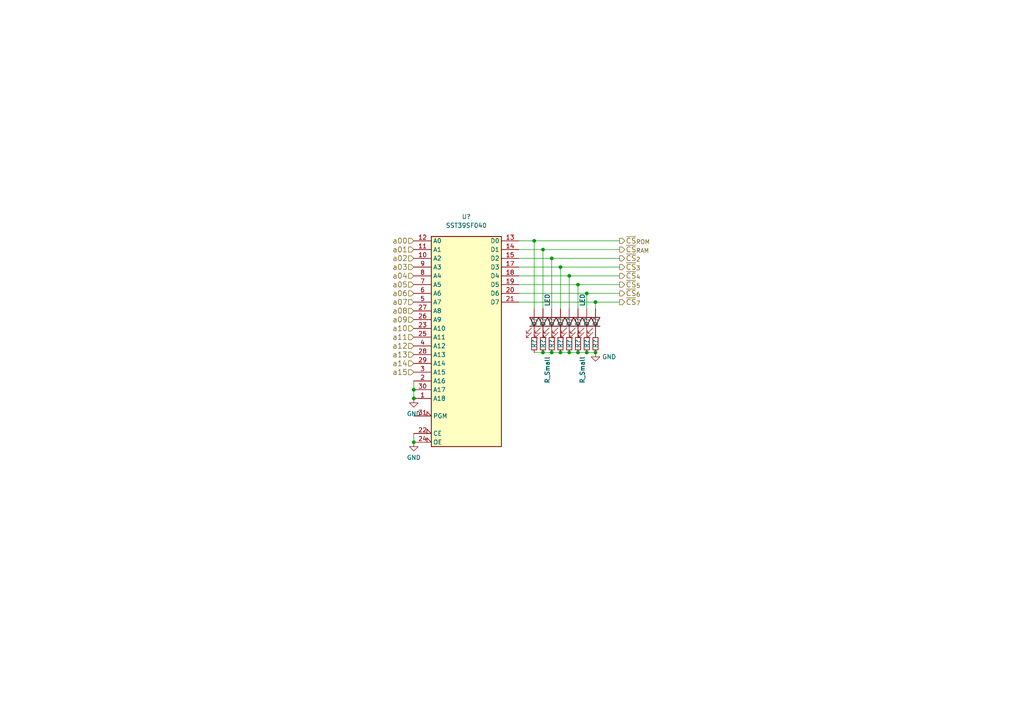
<source format=kicad_sch>
(kicad_sch (version 20211123) (generator eeschema)
  (paper "A4")
  (lib_symbols
    (symbol "Device:LED" (pin_numbers hide) (pin_names (offset 1.016) hide)
      (property "Reference" "D" (at 0 2.54 0))
      (property "Value" "LED" (at 0 -2.54 0))
      (symbol "LED_0_1"
        (polyline (pts (xy -1.27 -1.27) (xy -1.27 1.27)) (stroke (width 0.254)))
        (polyline (pts (xy -1.27 0) (xy 1.27 0)))
        (polyline (pts (xy 1.27 -1.27) (xy 1.27 1.27) (xy -1.27 0) (xy 1.27 -1.27)) (stroke (width 0.254)))
        (polyline (pts (xy -3.048 -0.762) (xy -4.572 -2.286) (xy -3.81 -2.286) (xy -4.572 -2.286) (xy -4.572 -1.524)))
        (polyline (pts (xy -1.778 -0.762) (xy -3.302 -2.286) (xy -2.54 -2.286) (xy -3.302 -2.286) (xy -3.302 -1.524)))
      )
      (symbol "LED_1_1"
        (pin passive line (at -3.81 0 0) (length 2.54) (name "K") (number "1"))
        (pin passive line (at 3.81 0 180) (length 2.54) (name "A") (number "2"))
      )
    )
    (symbol "Device:R_Small" (pin_numbers hide) (pin_names (offset 0.254) hide)
      (property "Reference" "R" (at 0.762 0.508 0))
      (property "Value" "R_Small" (at 0.762 -1.016 0))
      (symbol "R_Small_0_1"
        (rectangle (start -0.762 1.778) (end 0.762 -1.778) (stroke (width 0.2032)))
      )
      (symbol "R_Small_1_1"
        (pin passive line (at 0 2.54 270) (length 0.762) (name "~") (number "1"))
        (pin passive line (at 0 -2.54 90) (length 0.762) (name "~") (number "2"))
      )
    )
    (symbol "Memory_Flash:SST39SF040"
      (property "Reference" "U" (at 2.54 33.02 0))
      (property "Value" "SST39SF040" (at 0 -30.48 0))
      (symbol "SST39SF040_0_0"
        (pin power_in line (at 0 -30.48 90) (length 1.27) hide (name "GND") (number "16"))
        (pin power_in line (at 0 33.02 270) (length 1.27) hide (name "VCC") (number "32"))
      )
      (symbol "SST39SF040_0_1"
        (rectangle (start -10.16 31.75) (end 10.16 -29.21) (stroke (width 0.254)) (fill (type background)))
      )
      (symbol "SST39SF040_1_1"
        (pin input line (at -15.24 -15.24 0) (length 5.08) (name "A18") (number "1"))
        (pin input line (at -15.24 25.4 0) (length 5.08) (name "A2") (number "10"))
        (pin input line (at -15.24 27.94 0) (length 5.08) (name "A1") (number "11"))
        (pin input line (at -15.24 30.48 0) (length 5.08) (name "A0") (number "12"))
        (pin tri_state line (at 15.24 30.48 180) (length 5.08) (name "D0") (number "13"))
        (pin tri_state line (at 15.24 27.94 180) (length 5.08) (name "D1") (number "14"))
        (pin tri_state line (at 15.24 25.4 180) (length 5.08) (name "D2") (number "15"))
        (pin tri_state line (at 15.24 22.86 180) (length 5.08) (name "D3") (number "17"))
        (pin tri_state line (at 15.24 20.32 180) (length 5.08) (name "D4") (number "18"))
        (pin tri_state line (at 15.24 17.78 180) (length 5.08) (name "D5") (number "19"))
        (pin input line (at -15.24 -10.16 0) (length 5.08) (name "A16") (number "2"))
        (pin tri_state line (at 15.24 15.24 180) (length 5.08) (name "D6") (number "20"))
        (pin tri_state line (at 15.24 12.7 180) (length 5.08) (name "D7") (number "21"))
        (pin input input_low (at -15.24 -25.4 0) (length 5.08) (name "CE") (number "22"))
        (pin input line (at -15.24 5.08 0) (length 5.08) (name "A10") (number "23"))
        (pin input input_low (at -15.24 -27.94 0) (length 5.08) (name "OE") (number "24"))
        (pin input line (at -15.24 2.54 0) (length 5.08) (name "A11") (number "25"))
        (pin input line (at -15.24 7.62 0) (length 5.08) (name "A9") (number "26"))
        (pin input line (at -15.24 10.16 0) (length 5.08) (name "A8") (number "27"))
        (pin input line (at -15.24 -2.54 0) (length 5.08) (name "A13") (number "28"))
        (pin input line (at -15.24 -5.08 0) (length 5.08) (name "A14") (number "29"))
        (pin input line (at -15.24 -7.62 0) (length 5.08) (name "A15") (number "3"))
        (pin input line (at -15.24 -12.7 0) (length 5.08) (name "A17") (number "30"))
        (pin input input_low (at -15.24 -20.32 0) (length 5.08) (name "PGM") (number "31"))
        (pin input line (at -15.24 0 0) (length 5.08) (name "A12") (number "4"))
        (pin input line (at -15.24 12.7 0) (length 5.08) (name "A7") (number "5"))
        (pin input line (at -15.24 15.24 0) (length 5.08) (name "A6") (number "6"))
        (pin input line (at -15.24 17.78 0) (length 5.08) (name "A5") (number "7"))
        (pin input line (at -15.24 20.32 0) (length 5.08) (name "A4") (number "8"))
        (pin input line (at -15.24 22.86 0) (length 5.08) (name "A3") (number "9"))
      )
    )
    (symbol "power:GND" (power) (pin_names (offset 0))
      (property "Value" "GND" (at 0 -3.81 0))
      (symbol "GND_0_1"
        (polyline (pts (xy 0 0) (xy 0 -1.27) (xy 1.27 -1.27) (xy 0 -2.54) (xy -1.27 -1.27) (xy 0 -1.27)))
      )
      (symbol "GND_1_1"
        (pin power_in line (at 0 0 270) (length 0) hide (name "GND") (number "1"))
      )
    )
  )
  (junction (at 157.48 72.39))
  (junction (at 170.18 102.235))
  (junction (at 172.72 87.63))
  (junction (at 167.64 102.235))
  (junction (at 120.015 128.27))
  (junction (at 120.015 113.03))
  (junction (at 157.48 102.235))
  (junction (at 172.72 102.235))
  (junction (at 170.18 85.09))
  (junction (at 167.64 82.55))
  (junction (at 120.015 115.57))
  (junction (at 162.56 102.235))
  (junction (at 165.1 80.01))
  (junction (at 160.02 74.93))
  (junction (at 162.56 77.47))
  (junction (at 154.94 69.85))
  (junction (at 165.1 102.235))
  (junction (at 160.02 102.235))
  (wire (pts (xy 150.495 85.09) (xy 170.18 85.09)))
  (wire (pts (xy 120.015 113.03) (xy 120.015 115.57)))
  (wire (pts (xy 162.56 77.47) (xy 179.705 77.47)))
  (wire (pts (xy 150.495 69.85) (xy 154.94 69.85)))
  (wire (pts (xy 150.495 77.47) (xy 162.56 77.47)))
  (wire (pts (xy 157.48 89.535) (xy 157.48 72.39)))
  (wire (pts (xy 172.72 87.63) (xy 179.705 87.63)))
  (wire (pts (xy 170.18 89.535) (xy 170.18 85.09)))
  (wire (pts (xy 167.64 89.535) (xy 167.64 82.55)))
  (wire (pts (xy 160.02 102.235) (xy 162.56 102.235)))
  (wire (pts (xy 160.02 89.535) (xy 160.02 74.93)))
  (wire (pts (xy 150.495 80.01) (xy 165.1 80.01)))
  (wire (pts (xy 154.94 102.235) (xy 157.48 102.235)))
  (wire (pts (xy 165.1 102.235) (xy 167.64 102.235)))
  (wire (pts (xy 157.48 102.235) (xy 160.02 102.235)))
  (wire (pts (xy 162.56 102.235) (xy 165.1 102.235)))
  (wire (pts (xy 150.495 72.39) (xy 157.48 72.39)))
  (wire (pts (xy 167.64 82.55) (xy 179.705 82.55)))
  (wire (pts (xy 170.18 85.09) (xy 179.705 85.09)))
  (wire (pts (xy 167.64 102.235) (xy 170.18 102.235)))
  (wire (pts (xy 172.72 89.535) (xy 172.72 87.63)))
  (wire (pts (xy 165.1 89.535) (xy 165.1 80.01)))
  (wire (pts (xy 165.1 80.01) (xy 179.705 80.01)))
  (wire (pts (xy 157.48 72.39) (xy 179.705 72.39)))
  (wire (pts (xy 154.94 69.85) (xy 179.705 69.85)))
  (wire (pts (xy 150.495 87.63) (xy 172.72 87.63)))
  (wire (pts (xy 120.015 110.49) (xy 120.015 113.03)))
  (wire (pts (xy 160.02 74.93) (xy 179.705 74.93)))
  (wire (pts (xy 154.94 89.535) (xy 154.94 69.85)))
  (wire (pts (xy 150.495 74.93) (xy 160.02 74.93)))
  (wire (pts (xy 162.56 89.535) (xy 162.56 77.47)))
  (wire (pts (xy 170.18 102.235) (xy 172.72 102.235)))
  (wire (pts (xy 150.495 82.55) (xy 167.64 82.55)))
  (wire (pts (xy 120.015 125.73) (xy 120.015 128.27)))
  (hierarchical_label "a15" (shape input) (at 120.015 107.95 180) (effects (font (size 1.524 1.524))))
  (hierarchical_label "a02" (shape input) (at 120.015 74.93 180) (effects (font (size 1.524 1.524))))
  (hierarchical_label "a06" (shape input) (at 120.015 85.09 180) (effects (font (size 1.524 1.524))))
  (hierarchical_label "a11" (shape input) (at 120.015 97.79 180) (effects (font (size 1.524 1.524))))
  (hierarchical_label "~{CS}_{4}" (shape output) (at 179.705 80.01 0) (effects (font (size 1.524 1.524))))
  (hierarchical_label "~{CS}_{5}" (shape output) (at 179.705 82.55 0) (effects (font (size 1.524 1.524))))
  (hierarchical_label "a13" (shape input) (at 120.015 102.87 180) (effects (font (size 1.524 1.524))))
  (hierarchical_label "a04" (shape input) (at 120.015 80.01 180) (effects (font (size 1.524 1.524))))
  (hierarchical_label "a01" (shape input) (at 120.015 72.39 180) (effects (font (size 1.524 1.524))))
  (hierarchical_label "a07" (shape input) (at 120.015 87.63 180) (effects (font (size 1.524 1.524))))
  (hierarchical_label "~{CS}_{3}" (shape output) (at 179.705 77.47 0) (effects (font (size 1.524 1.524))))
  (hierarchical_label "a10" (shape input) (at 120.015 95.25 180) (effects (font (size 1.524 1.524))))
  (hierarchical_label "a03" (shape input) (at 120.015 77.47 180) (effects (font (size 1.524 1.524))))
  (hierarchical_label "a08" (shape input) (at 120.015 90.17 180) (effects (font (size 1.524 1.524))))
  (hierarchical_label "~{CS}_{2}" (shape output) (at 179.705 74.93 0) (effects (font (size 1.524 1.524))))
  (hierarchical_label "~{CS}_{6}" (shape output) (at 179.705 85.09 0) (effects (font (size 1.524 1.524))))
  (hierarchical_label "a05" (shape input) (at 120.015 82.55 180) (effects (font (size 1.524 1.524))))
  (hierarchical_label "a12" (shape input) (at 120.015 100.33 180) (effects (font (size 1.524 1.524))))
  (hierarchical_label "a14" (shape input) (at 120.015 105.41 180) (effects (font (size 1.524 1.524))))
  (hierarchical_label "a09" (shape input) (at 120.015 92.71 180) (effects (font (size 1.524 1.524))))
  (hierarchical_label "a00" (shape input) (at 120.015 69.85 180) (effects (font (size 1.524 1.524))))
  (hierarchical_label "~{CS}_{7}" (shape output) (at 179.705 87.63 0) (effects (font (size 1.524 1.524))))
  (hierarchical_label "~{CS}_{RAM}" (shape output) (at 179.705 72.39 0) (effects (font (size 1.524 1.524))))
  (hierarchical_label "~{CS}_{ROM}" (shape output) (at 179.705 69.85 0) (effects (font (size 1.524 1.524))))
  (symbol (lib_id "Device:R_Small") (at 157.48 99.695 0) (mirror y) (unit 1)
    (property "Reference" "R?" (at 157.48 99.695 90))
    (property "Value" "R_Small" (at 158.75 107.315 90))
  )
  (symbol (lib_id "Device:R_Small") (at 170.18 99.695 0) (mirror y) (unit 1)
    (property "Reference" "R?" (at 170.18 99.695 90))
    (property "Value" "R_Small" (at 168.91 107.315 90))
  )
  (symbol (lib_id "Device:R_Small") (at 162.56 99.695 0) (mirror y) (unit 1)
    (property "Reference" "R?" (at 162.56 99.695 90))
    (property "Value" "R_Small" (at 158.75 107.315 90))
  )
  (symbol (lib_id "Device:LED") (at 162.56 93.345 270) (mirror x) (unit 1)
    (property "Reference" "D?" (at 162.56 93.345 0))
    (property "Value" "LED" (at 158.75 86.995 0))
  )
  (symbol (lib_id "Device:R_Small") (at 167.64 99.695 0) (mirror y) (unit 1)
    (property "Reference" "R?" (at 167.64 99.695 90))
    (property "Value" "R_Small" (at 168.91 107.315 90))
  )
  (symbol (lib_id "Device:R_Small") (at 154.94 99.695 0) (mirror y) (unit 1)
    (property "Reference" "R?" (at 154.94 99.695 90))
    (property "Value" "R_Small" (at 158.75 107.315 90))
  )
  (symbol (lib_id "Device:LED") (at 165.1 93.345 270) (mirror x) (unit 1)
    (property "Reference" "D?" (at 165.1 93.345 0))
    (property "Value" "LED" (at 168.91 86.995 0))
  )
  (symbol (lib_id "power:GND") (at 120.015 115.57 0) (unit 1)
    (property "Reference" "#PWR?" (effects hide))
    (property "Value" "GND" (at 120.015 120.015 0))
  )
  (symbol (lib_id "Device:R_Small") (at 165.1 99.695 0) (mirror y) (unit 1)
    (property "Reference" "R?" (at 165.1 99.695 90))
    (property "Value" "R_Small" (at 168.91 107.315 90))
  )
  (symbol (lib_id "power:GND") (at 120.015 128.27 0) (unit 1)
    (property "Reference" "#PWR?" (effects hide))
    (property "Value" "GND" (at 120.015 132.715 0))
  )
  (symbol (lib_id "Device:LED") (at 172.72 93.345 270) (mirror x) (unit 1)
    (property "Reference" "D?" (at 172.72 93.345 0))
    (property "Value" "LED" (at 168.91 86.995 0))
  )
  (symbol (lib_id "Device:R_Small") (at 160.02 99.695 0) (mirror y) (unit 1)
    (property "Reference" "R?" (at 160.02 99.695 90))
    (property "Value" "R_Small" (at 158.75 107.315 90))
  )
  (symbol (lib_id "Device:LED") (at 170.18 93.345 270) (mirror x) (unit 1)
    (property "Reference" "D?" (at 170.18 93.345 0))
    (property "Value" "LED" (at 168.91 86.995 0))
  )
  (symbol (lib_id "Memory_Flash:SST39SF040") (at 135.255 100.33 0) (unit 1)
    (property "Reference" "U?" (at 135.255 62.865 0))
    (property "Value" "SST39SF040" (at 135.255 65.405 0))
    (property "Datasheet" "http://ww1.microchip.com/downloads/en/DeviceDoc/25022B.pdf" (effects hide))
  )
  (symbol (lib_id "Device:LED") (at 160.02 93.345 270) (mirror x) (unit 1)
    (property "Reference" "D?" (at 160.02 93.345 0))
    (property "Value" "LED" (at 158.75 86.995 0))
  )
  (symbol (lib_id "Device:LED") (at 154.94 93.345 270) (mirror x) (unit 1)
    (property "Reference" "D?" (at 154.94 93.345 0))
    (property "Value" "LED" (at 158.75 86.995 0))
  )
  (symbol (lib_id "Device:R_Small") (at 172.72 99.695 0) (mirror y) (unit 1)
    (property "Reference" "R?" (at 172.72 99.695 90))
    (property "Value" "R_Small" (at 168.91 107.315 90))
  )
  (symbol (lib_id "Device:LED") (at 167.64 93.345 270) (mirror x) (unit 1)
    (property "Reference" "D?" (at 167.64 93.345 0))
    (property "Value" "LED" (at 168.91 86.995 0))
  )
  (symbol (lib_id "Device:LED") (at 157.48 93.345 270) (mirror x) (unit 1)
    (property "Reference" "D?" (at 157.48 93.345 0))
    (property "Value" "LED" (at 158.75 86.995 0))
  )
  (symbol (lib_id "power:GND") (at 172.72 102.235 0) (mirror y) (unit 1)
    (property "Reference" "#PWR?" (effects hide))
    (property "Value" "GND" (at 174.625 103.5051 0) (effects (justify right)))
  )
)
</source>
